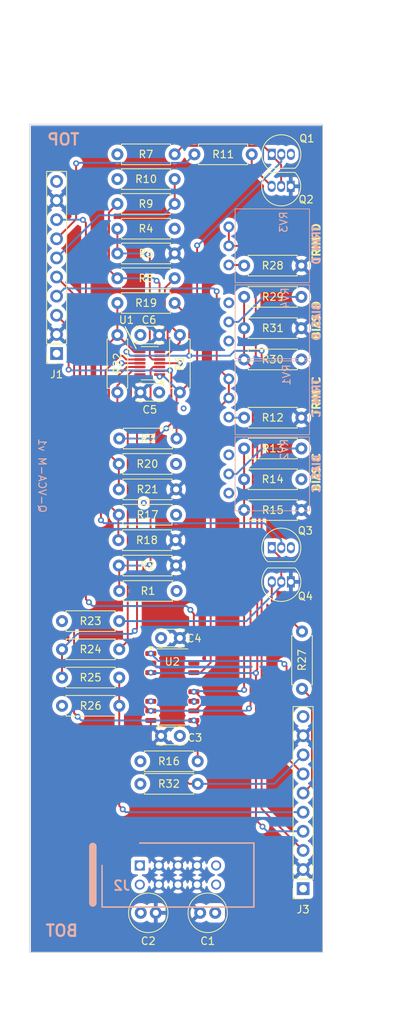
<source format=kicad_pcb>
(kicad_pcb (version 20241229) (generator "pcbnew") (generator_version "9.0")
  (layers (0 "F.Cu" signal) (4 "In1.Cu" power "GND") (6 "In2.Cu" power "PWR") (2 "B.Cu" signal) (13 "F.Paste" user) (15 "B.Paste" user) (5 "F.SilkS" user "F.Silkscreen") (7 "B.SilkS" user "B.Silkscreen") (1 "F.Mask" user) (3 "B.Mask" user) (25 "Edge.Cuts" user))
  (net 0 "")
  (net 1 "GND")
  (net 2 "/LOG_C")
  (net 3 "/COMMON_C")
  (net 4 "/LIN_C")
  (net 5 "-12V")
  (net 6 "+12V")
  (net 7 "/OFFSET_D")
  (net 8 "/IN_D")
  (net 9 "/OFFSET_C")
  (net 10 "/OUT_C")
  (net 11 "/IN_C")
  (net 12 "/LIN_D")
  (net 13 "/LOG_D")
  (net 14 "/COMMON_D")
  (net 15 "/OUT_D")
  (net 16 "Net-(Q1-B)")
  (net 17 "Net-(Q1-E)")
  (net 18 "Net-(Q2-C)")
  (net 19 "Net-(Q3-B)")
  (net 20 "Net-(Q3-E)")
  (net 21 "Net-(Q4-C)")
  (net 22 "Net-(U1A-+)")
  (net 23 "Net-(U1B-+)")
  (net 24 "Net-(U1B--)")
  (net 25 "Net-(U1C-+)")
  (net 26 "Net-(U1D-+)")
  (net 27 "Net-(U1D--)")
  (net 28 "/VCA_C/BIAS")
  (net 29 "/VCA_D/BIAS")
  (net 32 "Net-(R8-Pad1)")
  (net 33 "Net-(R12-Pad1)")
  (net 34 "Net-(R13-Pad2)")
  (net 35 "Net-(R24-Pad1)")
  (net 36 "Net-(R28-Pad1)")
  (net 37 "Net-(R29-Pad2)")
  (footprint "Eurorack Common:R_Axial_DIN0207_L6.3mm_D2.5mm_P7.62mm_Horizontal" (layer "F.Cu") (at 31.69 33.875)
    (property "Reference" "R4")
    (property "Value" "100K")
  )
  (footprint "Eurorack Common:R_Axial_DIN0207_L6.3mm_D2.5mm_P7.62mm_Horizontal" (layer "F.Cu") (at 48.55 67.16036)
    (property "Reference" "R14")
    (property "Value" "470K")
  )
  (footprint "Eurorack Common:R_Axial_DIN0207_L6.3mm_D2.5mm_P7.62mm_Horizontal" (layer "F.Cu") (at 39.5 71.875 180)
    (property "Reference" "R17")
    (property "Value" "100K")
  )
  (footprint "Eurorack Common:R_Axial_DIN0207_L6.3mm_D2.5mm_P7.62mm_Horizontal" (layer "F.Cu") (at 31.69 30.583333)
    (property "Reference" "R9")
    (property "Value" "30K")
  )
  (footprint "Connector_PinSocket_2.54mm:PinSocket_1x10_P2.54mm_Vertical" (layer "F.Cu") (at 23.601079 50.461079 180)
    (property "Reference" "J1")
    (property "Value" "Conn_01x10_Socket")
  )
  (footprint "Connector_PinSocket_2.54mm:PinSocket_1x10_P2.54mm_Vertical" (layer "F.Cu") (at 56.401079 121.541079 180)
    (property "Reference" "J3")
    (property "Value" "Conn_01x10_Pin")
  )
  (footprint "Eurorack Common:C_Disc_D3.4mm_W2.1mm_P2.50mm" (layer "F.Cu") (at 37.25 55.62 180)
    (property "Reference" "C5")
    (property "Value" "100nF")
  )
  (footprint "Eurorack Common:R_Axial_DIN0207_L6.3mm_D2.5mm_P7.62mm_Horizontal" (layer "F.Cu") (at 34.75 104.62)
    (property "Reference" "R16")
    (property "Value" "4.7K")
  )
  (footprint "Eurorack Common:R_Axial_DIN0207_L6.3mm_D2.5mm_P7.62mm_Horizontal" (layer "F.Cu") (at 39.56 82 180)
    (property "Reference" "R1")
    (property "Value" "100K")
  )
  (footprint "Eurorack Common:R_Axial_DIN0207_L6.3mm_D2.5mm_P7.62mm_Horizontal" (layer "F.Cu") (at 31.82 75.25)
    (property "Reference" "R18")
    (property "Value" "2K")
  )
  (footprint "Eurorack Common:R_Axial_DIN0207_L6.3mm_D2.5mm_P7.62mm_Horizontal" (layer "F.Cu") (at 31.94 97.25 180)
    (property "Reference" "R26")
    (property "Value" "20K")
  )
  (footprint "Eurorack Common:R_Axial_DIN0207_L6.3mm_D2.5mm_P7.62mm_Horizontal" (layer "F.Cu") (at 49.56 24 180)
    (property "Reference" "R11")
    (property "Value" "20K")
  )
  (footprint "Eurorack Common:C_Radial_D5.0mm_H11.0mm_P2.00mm" (layer "F.Cu") (at 36.795 124.75 180)
    (property "Reference" "C2")
    (property "Value" "10uF")
  )
  (footprint "Eurorack Common:TO-92_Inline" (layer "F.Cu") (at 52.23 24)
    (property "Reference" "Q1")
    (property "Value" "2N3904")
  )
  (footprint "Eurorack Common:R_Axial_DIN0207_L6.3mm_D2.5mm_P7.62mm_Horizontal" (layer "F.Cu") (at 48.55 38.781079)
    (property "Reference" "R28")
    (property "Value" "150R")
  )
  (footprint "Eurorack Common:R_Axial_DIN0207_L6.3mm_D2.5mm_P7.62mm_Horizontal" (layer "F.Cu") (at 48.55 58.981079)
    (property "Reference" "R12")
    (property "Value" "150R")
  )
  (footprint "Eurorack Common:TO-92_Inline" (layer "F.Cu") (at 54.77 80.79 180)
    (property "Reference" "Q4")
    (property "Value" "2N3906")
  )
  (footprint "Eurorack Common:TO-92_Inline" (layer "F.Cu") (at 52.23 76.25)
    (property "Reference" "Q3")
    (property "Value" "2N3904")
  )
  (footprint "Eurorack Common:R_Axial_DIN0207_L6.3mm_D2.5mm_P7.62mm_Horizontal" (layer "F.Cu") (at 56.17 63.070719 180)
    (property "Reference" "R13")
    (property "Value" "2M")
  )
  (footprint "Eurorack Common:R_Axial_DIN0207_L6.3mm_D2.5mm_P7.62mm_Horizontal" (layer "F.Cu") (at 40 55.62 90)
    (property "Reference" "R6")
    (property "Value" "2K")
  )
  (footprint "Eurorack Common:R_Axial_DIN0207_L6.3mm_D2.5mm_P7.62mm_Horizontal" (layer "F.Cu") (at 31.69 24)
    (property "Reference" "R7")
    (property "Value" "120K")
  )
  (footprint "Eurorack Common:R_Axial_DIN0207_L6.3mm_D2.5mm_P7.62mm_Horizontal" (layer "F.Cu") (at 56.25 87.38 -90)
    (property "Reference" "R27")
    (property "Value" "20K")
  )
  (footprint "Eurorack Common:R_Axial_DIN0207_L6.3mm_D2.5mm_P7.62mm_Horizontal" (layer "F.Cu") (at 24.32 86)
    (property "Reference" "R23")
    (property "Value" "120K")
  )
  (footprint "Eurorack Common:R_Axial_DIN0207_L6.3mm_D2.5mm_P7.62mm_Horizontal" (layer "F.Cu") (at 31.69 48 -90)
    (property "Reference" "R22")
    (property "Value" "2K")
  )
  (footprint "Eurorack Common:R_Axial_DIN0207_L6.3mm_D2.5mm_P7.62mm_Horizontal" (layer "F.Cu") (at 31.88 65.125)
    (property "Reference" "R20")
    (property "Value" "100K")
  )
  (footprint "Eurorack Common:R_Axial_DIN0207_L6.3mm_D2.5mm_P7.62mm_Horizontal" (layer "F.Cu") (at 39.31 27.291667 180)
    (property "Reference" "R10")
    (property "Value" "20K")
  )
  (footprint "Eurorack Common:R_Axial_DIN0207_L6.3mm_D2.5mm_P7.62mm_Horizontal" (layer "F.Cu") (at 39.31 43.75 180)
    (property "Reference" "R19")
    (property "Value" "2K")
  )
  (footprint "Eurorack Common:R_Axial_DIN0207_L6.3mm_D2.5mm_P7.62mm_Horizontal" (layer "F.Cu") (at 24.32 89.75)
    (property "Reference" "R24")
    (property "Value" "100K")
  )
  (footprint "Eurorack Common:R_Axial_DIN0207_L6.3mm_D2.5mm_P7.62mm_Horizontal" (layer "F.Cu") (at 31.94 61.75)
    (property "Reference" "R3")
    (property "Value" "2K")
  )
  (footprint "Eurorack Common:R_Axial_DIN0207_L6.3mm_D2.5mm_P7.62mm_Horizontal" (layer "F.Cu") (at 56.17 47.093693 180)
    (property "Reference" "R31")
    (property "Value" "47K")
  )
  (footprint "Eurorack Common:TO-92_Inline" (layer "F.Cu") (at 54.75 28.25 180)
    (property "Reference" "Q2")
    (property "Value" "2N3906")
  )
  (footprint "Eurorack Common:R_Axial_DIN0207_L6.3mm_D2.5mm_P7.62mm_Horizontal" (layer "F.Cu") (at 31.69 40.458333)
    (property "Reference" "R8")
    (property "Value" "100K")
  )
  (footprint "Eurorack Common:C_Disc_D3.4mm_W2.1mm_P2.50mm" (layer "F.Cu") (at 37.25 48 180)
    (property "Reference" "C6")
    (property "Value" "100nF")
  )
  (footprint "Eurorack Common:R_Axial_DIN0207_L6.3mm_D2.5mm_P7.62mm_Horizontal" (layer "F.Cu") (at 24.32 93.5)
    (property "Reference" "R25")
    (property "Value" "30K")
  )
  (footprint "Eurorack Common:C_Disc_D3.4mm_W2.1mm_P2.50mm" (layer "F.Cu") (at 40 88.25 180)
    (property "Reference" "C4")
    (property "Value" "100nF")
  )
  (footprint "Eurorack Common:SOIC-16_3.9x9.9mm_P1.27mm" (layer "F.Cu") (at 39 94.75)
    (property "Reference" "U2")
    (property "Value" "NE5517")
  )
  (footprint "Eurorack Common:R_Axial_DIN0207_L6.3mm_D2.5mm_P7.62mm_Horizontal" (layer "F.Cu") (at 56.17 71.25 180)
    (property "Reference" "R15")
    (property "Value" "47K")
  )
  (footprint "Eurorack Common:R_Axial_DIN0207_L6.3mm_D2.5mm_P7.62mm_Horizontal" (layer "F.Cu") (at 34.75 107.62)
    (property "Reference" "R32")
    (property "Value" "4.7K")
  )
  (footprint "Eurorack Common:C_Radial_D5.0mm_H11.0mm_P2.00mm" (layer "F.Cu") (at 44.705 124.75 180)
    (property "Reference" "C1")
    (property "Value" "10uF")
  )
  (footprint "Eurorack Common:Texas_DYY0014A_TSOT-23-14_2x4.2mm_P0.5mm" (layer "F.Cu") (at 36 51.75 180)
    (property "Reference" "U1")
    (property "Value" "TL084")
  )
  (footprint "Eurorack Common:R_Axial_DIN0207_L6.3mm_D2.5mm_P7.62mm_Horizontal" (layer "F.Cu") (at 39.31 37.166667 180)
    (property "Reference" "R5")
    (property "Value" "470R")
  )
  (footprint "Eurorack Common:R_Axial_DIN0207_L6.3mm_D2.5mm_P7.62mm_Horizontal" (layer "F.Cu") (at 48.55 51.25)
    (property "Reference" "R30")
    (property "Value" "470K")
  )
  (footprint "Eurorack Common:R_Axial_DIN0207_L6.3mm_D2.5mm_P7.62mm_Horizontal" (layer "F.Cu") (at 56.17 42.937386 180)
    (property "Reference" "R29")
    (property "Value" "2M")
  )
  (footprint "Eurorack Common:R_Axial_DIN0207_L6.3mm_D2.5mm_P7.62mm_Horizontal" (layer "F.Cu") (at 39.5 68.5 180)
    (property "Reference" "R21")
    (property "Value" "470R")
  )
  (footprint "Eurorack Common:C_Disc_D3.4mm_W2.1mm_P2.50mm" (layer "F.Cu") (at 40 101.25 180)
    (property "Reference" "C3")
    (property "Value" "100nF")
  )
  (footprint "Eurorack Common:R_Axial_DIN0207_L6.3mm_D2.5mm_P7.62mm_Horizontal" (layer "F.Cu") (at 31.88 78.625)
    (property "Reference" "R2")
    (property "Value" "2K")
  )
  (footprint "Eurorack Common:Potentiometer_Bourns_3296W_Horizontal" (layer "B.Cu") (at 46.513579 33.621079 90)
    (property "Reference" "RV3")
    (property "Value" "2K")
  )
  (footprint "Eurorack Common:Potentiometer_Bourns_3296W_Horizontal" (layer "B.Cu") (at 46.513579 63.921079 90)
    (property "Reference" "RV2")
    (property "Value" "100K")
  )
  (footprint "Eurorack Common:Potentiometer_Bourns_3296W_Horizontal" (layer "B.Cu") (at 46.513579 43.721079 90)
    (property "Reference" "RV4")
    (property "Value" "100K")
  )
  (footprint "Eurorack Common:Eurorack Power Header (10 pin)" (layer "B.Cu") (at 34.67 118.46)
    (property "Reference" "J2")
    (property "Value" "PWR" (hide yes))
  )
  (footprint "Eurorack Common:Potentiometer_Bourns_3296W_Horizontal" (layer "B.Cu") (at 46.513579 53.821079 90)
    (property "Reference" "RV1")
    (property "Value" "2K")
  )
  (gr_line (start 32.73 46.9) (end 34.18 49.8) (stroke (width 0.15)) (layer "F.SilkS"))
  (gr_rect (start 20 20) (end 59 130) (stroke (width 0.1)) (fill no) (layer "Edge.Cuts"))
  (gr_text "BIAS D" (at 58.75 48.719048 90) (layer "F.SilkS") (effects (font (size 1 1) (thickness 0.25) (bold yes)) (justify left bottom)))
  (gr_text "TRIM C" (at 58.75 58.842857 90) (layer "F.SilkS") (effects (font (size 1 1) (thickness 0.25) (bold yes)) (justify left bottom)))
  (gr_text "TRIM D" (at 58.75 38.5 90) (layer "F.SilkS") (effects (font (size 1 1) (thickness 0.25) (bold yes)) (justify left bottom)))
  (gr_text "BIAS C" (at 58.75 68.919048 90) (layer "F.SilkS") (effects (font (size 1 1) (thickness 0.25) (bold yes)) (justify left bottom)))
  (gr_text "BOT" (at 26.6 128 0) (layer "B.SilkS") (effects (font (size 1.5 1.5) (thickness 0.3) (bold yes)) (justify left bottom mirror)))
  (gr_text "TOP" (at 26.8 22.9 0) (layer "B.SilkS") (effects (font (size 1.5 1.5) (thickness 0.3) (bold yes)) (justify left bottom mirror)))
  (gr_text "TRIM D" (at 58.758579 33.31465 90) (layer "B.SilkS") (effects (font (size 1 1) (thickness 0.25) (bold yes)) (justify left bottom mirror)))
  (gr_text "TRIM C" (at 58.758579 53.657507 90) (layer "B.SilkS") (effects (font (size 1 1) (thickness 0.25) (bold yes)) (justify left bottom mirror)))
  (gr_text "Q-VCA-M v1" (at 21.101079 71.701079 270) (layer "B.SilkS") (effects (font (size 1 1)) (justify left bottom mirror)))
  (gr_text "BIAS D" (at 58.758579 43.533698 90) (layer "B.SilkS") (effects (font (size 1 1) (thickness 0.25) (bold yes)) (justify left bottom mirror)))
  (gr_text "BIAS C" (at 58.758579 63.733698 90) (layer "B.SilkS") (effects (font (size 1 1) (thickness 0.25) (bold yes)) (justify left bottom mirror)))
  (segment (start 26.2 32.622158) (end 23.601079 35.221079) (width 0.25) (layer "F.Cu") (net 2))
  (segment (start 26.2 25.2) (end 26.2 32.622158) (width 0.25) (layer "F.Cu") (net 2))
  (via (at 26.2 25.2) (size 0.8) (drill 0.4) (layers "F.Cu" "B.Cu") (net 2))
  (segment (start 40.814 25.126) (end 41.94 24) (width 0.25) (layer "B.Cu") (net 2))
  (segment (start 26.452 25.2) (end 26.526 25.126) (width 0.25) (layer "B.Cu") (net 2))
  (segment (start 26.2 25.2) (end 26.452 25.2) (width 0.25) (layer "B.Cu") (net 2))
  (segment (start 26.526 25.126) (end 40.814 25.126) (width 0.25) (layer "B.Cu") (net 2))
  (segment (start 27.5 83.1) (end 27.5 33.1) (width 0.25) (layer "F.Cu") (net 3))
  (segment (start 41.8625 85.0375) (end 41.8625 90.305) (width 0.25) (layer "F.Cu") (net 3))
  (segment (start 41.4 84.5) (end 41.4 84.575) (width 0.25) (layer "F.Cu") (net 3))
  (segment (start 41.4 84.575) (end 41.8625 85.0375) (width 0.25) (layer "F.Cu") (net 3))
  (segment (start 41.8625 90.305) (end 41.805 90.305) (width 0.25) (layer "F.Cu") (net 3))
  (segment (start 27.5 33.1) (end 27.1 32.7) (width 0.25) (layer "F.Cu") (net 3))
  (segment (start 41.805 90.305) (end 41.8 90.3) (width 0.25) (layer "F.Cu") (net 3))
  (segment (start 27.9 83.5) (end 27.5 83.1) (width 0.25) (layer "F.Cu") (net 3))
  (via (at 27.9 83.5) (size 0.8) (drill 0.4) (layers "F.Cu" "B.Cu") (net 3))
  (via (at 27.1 32.7) (size 0.8) (drill 0.4) (layers "F.Cu" "B.Cu") (net 3))
  (via (at 41.4 84.5) (size 0.8) (drill 0.4) (layers "F.Cu" "B.Cu") (net 3))
  (segment (start 27.9 83.5) (end 28.4 84) (width 0.25) (layer "B.Cu") (net 3))
  (segment (start 28.4 84) (end 40.9 84) (width 0.25) (layer "B.Cu") (net 3))
  (segment (start 27.1 32.7) (end 27.081079 32.681079) (width 0.25) (layer "B.Cu") (net 3))
  (segment (start 40.9 84) (end 41.4 84.5) (width 0.25) (layer "B.Cu") (net 3))
  (segment (start 27.081079 32.681079) (end 23.601079 32.681079) (width 0.25) (layer "B.Cu") (net 3))
  (segment (start 39.31 27.291667) (end 39.31 30.583333) (width 0.25) (layer "F.Cu") (net 4))
  (segment (start 29.262158 32.1) (end 23.601079 37.761079) (width 0.25) (layer "B.Cu") (net 4))
  (segment (start 39.31 30.583333) (end 37.793333 32.1) (width 0.25) (layer "B.Cu") (net 4))
  (segment (start 37.793333 32.1) (end 29.262158 32.1) (width 0.25) (layer "B.Cu") (net 4))
  (segment (start 34.6875 51.75) (end 32.25 51.75) (width 0.25) (layer "F.Cu") (net 5))
  (via (at 36.1375 96.655) (size 0.8) (drill 0.4) (layers "F.Cu" "B.Cu") (net 5))
  (via (at 32.25 51.75) (size 0.8) (drill 0.4) (layers "F.Cu" "B.Cu") (net 5))
  (via (at 35.2 70.3) (size 0.8) (drill 0.4) (layers "F.Cu" "B.Cu") (net 5))
  (segment (start 41.8625 96.655) (end 41.8625 96.6625) (width 0.89) (layer "F.Cu") (net 6))
  (segment (start 37.3125 51.75) (end 40 51.75) (width 0.25) (layer "F.Cu") (net 6))
  (segment (start 41.8625 96.6625) (end 41.9 96.7) (width 0.89) (layer "F.Cu") (net 6))
  (via (at 41.9 96.7) (size 0.8) (drill 0.4) (layers "F.Cu" "B.Cu") (net 6))
  (via (at 40.5 57.75) (size 0.8) (drill 0.4) (layers "F.Cu" "B.Cu") (net 6))
  (via (at 40 51.75) (size 0.8) (drill 0.4) (layers "F.Cu" "B.Cu") (net 6))
  (segment (start 56.401079 116.461079) (end 50.876 110.936) (width 0.25) (layer "F.Cu") (net 7))
  (segment (start 34.6875 50.75) (end 33.414694 50.75) (width 0.25) (layer "F.Cu") (net 7))
  (segment (start 33.414694 50.75) (end 32.882347 50.217653) (width 0.25) (layer "F.Cu") (net 7))
  (segment (start 41.25 45.69) (end 39.31 43.75) (width 0.25) (layer "F.Cu") (net 7))
  (segment (start 41.25 50.75) (end 41.25 45.69) (width 0.25) (layer "F.Cu") (net 7))
  (segment (start 50.876 110.936) (end 50.876 50.1) (width 0.25) (layer "F.Cu") (net 7))
  (via (at 50.876 50.1) (size 0.8) (drill 0.4) (layers "F.Cu" "B.Cu") (net 7))
  (via (at 41.25 50.75) (size 0.8) (drill 0.4) (layers "F.Cu" "B.Cu") (net 7))
  (via (at 32.882347 50.217653) (size 0.8) (drill 0.4) (layers "F.Cu" "B.Cu") (net 7))
  (segment (start 33.414694 50.75) (end 41.25 50.75) (width 0.25) (layer "B.Cu") (net 7))
  (segment (start 46.65 50.75) (end 41.25 50.75) (width 0.25) (layer "B.Cu") (net 7))
  (segment (start 50.876 50.1) (end 47.3 50.1) (width 0.25) (layer "B.Cu") (net 7))
  (segment (start 32.882347 50.217653) (end 33.414694 50.75) (width 0.25) (layer "B.Cu") (net 7))
  (segment (start 47.3 50.1) (end 46.65 50.75) (width 0.25) (layer "B.Cu") (net 7))
  (segment (start 50.125 92.9) (end 50.125 112.425) (width 0.25) (layer "F.Cu") (net 8))
  (segment (start 50.3 92.425) (end 50.3 51.8) (width 0.25) (layer "F.Cu") (net 8))
  (segment (start 50.1 37.9) (end 48.361079 36.161079) (width 0.25) (layer "F.Cu") (net 8))
  (segment (start 50.125 92.6) (end 50.3 92.425) (width 0.25) (layer "F.Cu") (net 8))
  (segment (start 50.1 51.6) (end 50.1 37.9) (width 0.25) (layer "F.Cu") (net 8))
  (segment (start 48.361079 36.161079) (end 46.513579 36.161079) (width 0.25) (layer "F.Cu") (net 8))
  (segment (start 46.513579 36.161079) (end 46.513579 33.621079) (width 0.25) (layer "F.Cu") (net 8))
  (segment (start 50.3 51.8) (end 50.1 51.6) (width 0.25) (layer "F.Cu") (net 8))
  (segment (start 50.125 92.9) (end 50.125 92.6) (width 0.25) (layer "F.Cu") (net 8))
  (segment (start 50.125 112.425) (end 51 113.3) (width 0.25) (layer "F.Cu") (net 8))
  (via (at 36.1375 92.845) (size 0.8) (drill 0.4) (layers "F.Cu" "B.Cu") (net 8))
  (via (at 50.125 92.9) (size 0.8) (drill 0.4) (layers "F.Cu" "B.Cu") (net 8))
  (via (at 51 113.3) (size 0.8) (drill 0.4) (layers "F.Cu" "B.Cu") (net 8))
  (segment (start 50.125 92.9) (end 36.1925 92.9) (width 0.25) (layer "B.Cu") (net 8))
  (segment (start 51.621079 113.921079) (end 51 113.3) (width 0.25) (layer "B.Cu") (net 8))
  (segment (start 36.1925 92.9) (end 36.1375 92.845) (width 0.25) (layer "B.Cu") (net 8))
  (segment (start 56.401079 113.921079) (end 51.621079 113.921079) (width 0.25) (layer "B.Cu") (net 8))
  (segment (start 38.874 52.874) (end 38.7 52.7) (width 0.25) (layer "F.Cu") (net 9))
  (segment (start 37.3125 52.75) (end 38.65 52.75) (width 0.25) (layer "F.Cu") (net 9))
  (segment (start 25.2 52.6) (end 25.2 46.98) (width 0.25) (layer "F.Cu") (net 9))
  (segment (start 25.2 46.98) (end 23.601079 45.381079) (width 0.25) (layer "F.Cu") (net 9))
  (segment (start 38.2 60.4) (end 38.874 59.726) (width 0.25) (layer "F.Cu") (net 9))
  (segment (start 38.874 59.726) (end 38.874 52.874) (width 0.25) (layer "F.Cu") (net 9))
  (segment (start 38.65 52.75) (end 38.7 52.7) (width 0.25) (layer "F.Cu") (net 9))
  (via (at 38.2 60.4) (size 0.8) (drill 0.4) (layers "F.Cu" "B.Cu") (net 9))
  (via (at 38.7 52.7) (size 0.8) (drill 0.4) (layers "F.Cu" "B.Cu") (net 9))
  (via (at 25.2 52.6) (size 0.8) (drill 0.4) (layers "F.Cu" "B.Cu") (net 9))
  (segment (start 31.94 61.75) (end 36.85 61.75) (width 0.25) (layer "B.Cu") (net 9))
  (segment (start 36.85 61.75) (end 38.2 60.4) (width 0.25) (layer "B.Cu") (net 9))
  (segment (start 25.2 52.6) (end 25.3 52.7) (width 0.25) (layer "B.Cu") (net 9))
  (segment (start 25.3 52.7) (end 38.7 52.7) (width 0.25) (layer "B.Cu") (net 9))
  (segment (start 26.4 98.7) (end 25.926 98.226) (width 0.25) (layer "F.Cu") (net 10))
  (segment (start 42.37 104.62) (end 42.37 99.7025) (width 0.25) (layer "F.Cu") (net 10))
  (segment (start 42.37 99.7025) (end 41.8625 99.195) (width 0.25) (layer "F.Cu") (net 10))
  (segment (start 25.926 42.626) (end 23.601079 40.301079) (width 0.25) (layer "F.Cu") (net 10))
  (segment (start 25.926 98.226) (end 25.926 42.626) (width 0.25) (layer "F.Cu") (net 10))
  (via (at 41.8625 99.195) (size 0.8) (drill 0.4) (layers "F.Cu" "B.Cu") (net 10))
  (via (at 26.4 98.7) (size 0.8) (drill 0.4) (layers "F.Cu" "B.Cu") (net 10))
  (segment (start 41.8575 99.2) (end 41.8625 99.195) (width 0.25) (layer "B.Cu") (net 10))
  (segment (start 26.4 98.7) (end 26.9 99.2) (width 0.25) (layer "B.Cu") (net 10))
  (segment (start 26.9 99.2) (end 41.8575 99.2) (width 0.25) (layer "B.Cu") (net 10))
  (segment (start 44.9 52.2075) (end 46.513579 53.821079) (width 0.25) (layer "F.Cu") (net 11))
  (segment (start 44.1 58.774658) (end 44.1 91.5) (width 0.25) (layer "F.Cu") (net 11))
  (segment (start 44.9 42.2) (end 44.9 52.2075) (width 0.25) (layer "F.Cu") (net 11))
  (segment (start 44.1 91.5) (end 42.755 92.845) (width 0.25) (layer "F.Cu") (net 11))
  (segment (start 42.755 92.845) (end 41.8625 92.845) (width 0.25) (layer "F.Cu") (net 11))
  (segment (start 46.513579 56.361079) (end 46.513579 53.821079) (width 0.25) (layer "F.Cu") (net 11))
  (segment (start 46.513579 56.361079) (end 44.1 58.774658) (width 0.25) (layer "F.Cu") (net 11))
  (via (at 44.9 42.2) (size 0.8) (drill 0.4) (layers "F.Cu" "B.Cu") (net 11))
  (segment (start 44.511386 41.811386) (end 44.9 42.2) (width 0.25) (layer "B.Cu") (net 11))
  (segment (start 24.630772 41.811386) (end 44.511386 41.811386) (width 0.25) (layer "B.Cu") (net 11))
  (segment (start 23.601079 42.841079) (end 24.630772 41.811386) (width 0.25) (layer "B.Cu") (net 11))
  (segment (start 31.94 110.54) (end 32.4 111) (width 0.25) (layer "F.Cu") (net 12))
  (segment (start 31.94 97.25) (end 31.94 93.5) (width 0.25) (layer "F.Cu") (net 12))
  (segment (start 31.94 97.25) (end 31.94 110.54) (width 0.25) (layer "F.Cu") (net 12))
  (via (at 32.4 111) (size 0.8) (drill 0.4) (layers "F.Cu" "B.Cu") (net 12))
  (segment (start 32.781079 111.381079) (end 56.401079 111.381079) (width 0.25) (layer "B.Cu") (net 12))
  (segment (start 32.4 111) (end 32.781079 111.381079) (width 0.25) (layer "B.Cu") (net 12))
  (segment (start 56.25 95) (end 57.577079 96.327079) (width 0.25) (layer "F.Cu") (net 13))
  (segment (start 57.577079 96.327079) (end 57.577079 107.665079) (width 0.25) (layer "F.Cu") (net 13))
  (segment (start 57.577079 107.665079) (end 56.401079 108.841079) (width 0.25) (layer "F.Cu") (net 13))
  (segment (start 54.2 104.1) (end 56.401079 106.301079) (width 0.25) (layer "F.Cu") (net 14))
  (segment (start 53.9 91.7) (end 54.2 92) (width 0.25) (layer "F.Cu") (net 14))
  (segment (start 54.2 92) (end 54.2 104.1) (width 0.25) (layer "F.Cu") (net 14))
  (via (at 36.1375 90.305) (size 0.8) (drill 0.4) (layers "F.Cu" "B.Cu") (net 14))
  (via (at 53.9 91.7) (size 0.8) (drill 0.4) (layers "F.Cu" "B.Cu") (net 14))
  (segment (start 37.1325 91.3) (end 36.1375 90.305) (width 0.25) (layer "B.Cu") (net 14))
  (segment (start 53.5 91.3) (end 37.1325 91.3) (width 0.25) (layer "B.Cu") (net 14))
  (segment (start 53.9 91.7) (end 53.5 91.3) (width 0.25) (layer "B.Cu") (net 14))
  (segment (start 36.1375 102.51887) (end 36.1375 99.195) (width 0.25) (layer "F.Cu") (net 15))
  (segment (start 42.37 107.62) (end 41.23863 107.62) (width 0.25) (layer "F.Cu") (net 15))
  (segment (start 41.23863 107.62) (end 36.1375 102.51887) (width 0.25) (layer "F.Cu") (net 15))
  (segment (start 52.542158 107.62) (end 42.37 107.62) (width 0.25) (layer "B.Cu") (net 15))
  (segment (start 56.401079 103.761079) (end 52.542158 107.62) (width 0.25) (layer "B.Cu") (net 15))
  (segment (start 39.56 56.06) (end 39.56 61.75) (width 0.25) (layer "F.Cu") (net 16))
  (segment (start 37.3125 53.25) (end 37.3125 53.525) (width 0.25) (layer "F.Cu") (net 16))
  (segment (start 42.3 36.1) (end 42.3 53.32) (width 0.25) (layer "F.Cu") (net 16))
  (segment (start 40 55.62) (end 39.56 56.06) (width 0.25) (layer "F.Cu") (net 16))
  (segment (start 39.6825 55.62) (end 40 55.62) (width 0.25) (layer "F.Cu") (net 16))
  (segment (start 42.3 53.32) (end 40 55.62) (width 0.25) (layer "F.Cu") (net 16))
  (via (at 37.3125 53.525) (size 0.8) (drill 0.4) (layers "F.Cu" "B.Cu") (net 16))
  (via (at 42.3 36.1) (size 0.8) (drill 0.4) (layers "F.Cu" "B.Cu") (net 16))
  (segment (start 53.5 25) (end 42.4 36.1) (width 0.25) (layer "B.Cu") (net 16))
  (segment (start 53.5 24) (end 53.5 25) (width 0.25) (layer "B.Cu") (net 16))
  (segment (start 40 55.62) (end 37.905 53.525) (width 0.25) (layer "B.Cu") (net 16))
  (segment (start 42.4 36.1) (end 42.3 36.1) (width 0.25) (layer "B.Cu") (net 16))
  (segment (start 37.905 53.525) (end 37.3125 53.525) (width 0.25) (layer "B.Cu") (net 16))
  (segment (start 39.31 24) (end 40.436 22.874) (width 0.25) (layer "F.Cu") (net 17))
  (segment (start 40.436 22.874) (end 51.104 22.874) (width 0.25) (layer "F.Cu") (net 17))
  (segment (start 51.104 22.874) (end 52.23 24) (width 0.25) (layer "F.Cu") (net 17))
  (segment (start 52.23 24.158496) (end 52.23 24) (width 0.25) (layer "F.Cu") (net 17))
  (segment (start 53.48 28.25) (end 53.48 25.408496) (width 0.25) (layer "F.Cu") (net 17))
  (segment (start 53.48 25.408496) (end 52.23 24.158496) (width 0.25) (layer "F.Cu") (net 17))
  (segment (start 49.56 24) (end 49.56 25.6) (width 0.25) (layer "F.Cu") (net 18))
  (segment (start 49.56 25.6) (end 52.21 28.25) (width 0.25) (layer "F.Cu") (net 18))
  (segment (start 29.5 72.6) (end 29.5 50.19) (width 0.25) (layer "F.Cu") (net 19))
  (segment (start 34.6875 50.25) (end 33.94 50.25) (width 0.25) (layer "F.Cu") (net 19))
  (segment (start 29.5 50.19) (end 31.69 48) (width 0.25) (layer "F.Cu") (net 19))
  (segment (start 31.69 43.75) (end 31.69 48) (width 0.25) (layer "F.Cu") (net 19))
  (segment (start 33.94 50.25) (end 31.69 48) (width 0.25) (layer "F.Cu") (net 19))
  (via (at 29.5 72.6) (size 0.8) (drill 0.4) (layers "F.Cu" "B.Cu") (net 19))
  (segment (start 29.901 73.001) (end 29.5 72.6) (width 0.25) (layer "B.Cu") (net 19))
  (segment (start 53.5 75.25) (end 51.251 73.001) (width 0.25) (layer "B.Cu") (net 19))
  (segment (start 51.251 73.001) (end 29.901 73.001) (width 0.25) (layer "B.Cu") (net 19))
  (segment (start 53.5 76.25) (end 53.5 75.25) (width 0.25) (layer "B.Cu") (net 19))
  (segment (start 53.5 77.678496) (end 52.23 76.408496) (width 0.25) (layer "F.Cu") (net 20))
  (segment (start 53.5 80.79) (end 53.5 77.678496) (width 0.25) (layer "F.Cu") (net 20))
  (segment (start 52.23 76.408496) (end 52.23 76.25) (width 0.25) (layer "F.Cu") (net 20))
  (segment (start 48.84 86) (end 31.94 86) (width 0.25) (layer "B.Cu") (net 20))
  (segment (start 53.5 80.79) (end 53.5 81.34) (width 0.25) (layer "B.Cu") (net 20))
  (segment (start 53.5 81.34) (end 48.84 86) (width 0.25) (layer "B.Cu") (net 20))
  (segment (start 52.23 83.36) (end 56.25 87.38) (width 0.25) (layer "F.Cu") (net 21))
  (segment (start 52.23 80.79) (end 52.23 83.36) (width 0.25) (layer "F.Cu") (net 21))
  (segment (start 36.1 52.6) (end 36.1 78.4) (width 0.25) (layer "F.Cu") (net 22))
  (segment (start 31.94 78.685) (end 31.88 78.625) (width 0.25) (layer "F.Cu") (net 22))
  (segment (start 37.3125 52.25) (end 36.45 52.25) (width 0.25) (layer "F.Cu") (net 22))
  (segment (start 36.1 78.4) (end 36 78.5) (width 0.25) (layer "F.Cu") (net 22))
  (segment (start 31.94 82) (end 31.94 78.685) (width 0.25) (layer "F.Cu") (net 22))
  (segment (start 36.45 52.25) (end 36.1 52.6) (width 0.25) (layer "F.Cu") (net 22))
  (via (at 36 78.5) (size 0.8) (drill 0.4) (layers "F.Cu" "B.Cu") (net 22))
  (segment (start 35.875 78.625) (end 31.88 78.625) (width 0.25) (layer "B.Cu") (net 22))
  (segment (start 36 78.5) (end 35.875 78.625) (width 0.25) (layer "B.Cu") (net 22))
  (segment (start 36.35 51.25) (end 36 50.9) (width 0.25) (layer "F.Cu") (net 23))
  (segment (start 36 50.9) (end 36 37.6) (width 0.25) (layer "F.Cu") (net 23))
  (segment (start 36 37.6) (end 35.7 37.3) (width 0.25) (layer "F.Cu") (net 23))
  (segment (start 31.69 33.875) (end 31.69 37.166667) (width 0.25) (layer "F.Cu") (net 23))
  (segment (start 37.3125 51.25) (end 36.35 51.25) (width 0.25) (layer "F.Cu") (net 23))
  (via (at 35.7 37.3) (size 0.8) (drill 0.4) (layers "F.Cu" "B.Cu") (net 23))
  (segment (start 35.7 37.3) (end 35.566667 37.166667) (width 0.25) (layer "B.Cu") (net 23))
  (segment (start 35.566667 37.166667) (end 31.69 37.166667) (width 0.25) (layer "B.Cu") (net 23))
  (segment (start 39.31 40.458333) (end 38 41.768333) (width 0.25) (layer "F.Cu") (net 24))
  (segment (start 37.3125 50.75) (end 38.25 50.75) (width 0.25) (layer "F.Cu") (net 24))
  (segment (start 38.25 50.75) (end 40 49) (width 0.25) (layer "F.Cu") (net 24))
  (segment (start 38 41.768333) (end 38 46) (width 0.25) (layer "F.Cu") (net 24))
  (segment (start 40 49) (end 40 48) (width 0.25) (layer "F.Cu") (net 24))
  (segment (start 38 46) (end 40 48) (width 0.25) (layer "F.Cu") (net 24))
  (segment (start 31.82 75.25) (end 31.82 71.935) (width 0.25) (layer "F.Cu") (net 25))
  (segment (start 34.6875 51.25) (end 32.85 51.25) (width 0.25) (layer "F.Cu") (net 25))
  (segment (start 30.113 52.706407) (end 30.113 70.108) (width 0.25) (layer "F.Cu") (net 25))
  (segment (start 32.85 51.25) (end 32.370406 50.770406) (width 0.25) (layer "F.Cu") (net 25))
  (segment (start 30.113 70.108) (end 31.88 71.875) (width 0.25) (layer "F.Cu") (net 25))
  (segment (start 31.82 71.935) (end 31.88 71.875) (width 0.25) (layer "F.Cu") (net 25))
  (segment (start 32.370406 50.770406) (end 32.049001 50.770406) (width 0.25) (layer "F.Cu") (net 25))
  (segment (start 32.049001 50.770406) (end 30.113 52.706407) (width 0.25) (layer "F.Cu") (net 25))
  (segment (start 32.95 52.25) (end 30.564 54.636) (width 0.25) (layer "F.Cu") (net 26))
  (segment (start 30.564 63.809) (end 31.88 65.125) (width 0.25) (layer "F.Cu") (net 26))
  (segment (start 31.88 68.5) (end 31.88 65.125) (width 0.25) (layer "F.Cu") (net 26))
  (segment (start 30.564 54.636) (end 30.564 63.809) (width 0.25) (layer "F.Cu") (net 26))
  (segment (start 34.6875 52.25) (end 32.95 52.25) (width 0.25) (layer "F.Cu") (net 26))
  (segment (start 33.066 60.366) (end 31.69 58.99) (width 0.25) (layer "F.Cu") (net 27))
  (segment (start 33.65 52.75) (end 31.69 54.71) (width 0.25) (layer "F.Cu") (net 27))
  (segment (start 33.066 88.624) (end 33.066 60.366) (width 0.25) (layer "F.Cu") (net 27))
  (segment (start 31.69 58.99) (end 31.69 55.62) (width 0.25) (layer "F.Cu") (net 27))
  (segment (start 34.6875 52.75) (end 33.65 52.75) (width 0.25) (layer "F.Cu") (net 27))
  (segment (start 31.94 89.75) (end 33.066 88.624) (width 0.25) (layer "F.Cu") (net 27))
  (segment (start 31.69 54.71) (end 31.69 55.62) (width 0.25) (layer "F.Cu") (net 27))
  (segment (start 46.513579 66.461079) (end 47.531812 66.461079) (width 0.25) (layer "B.Cu") (net 28))
  (segment (start 50.922172 63.070719) (end 56.17 63.070719) (width 0.25) (layer "B.Cu") (net 28))
  (segment (start 47.531812 66.461079) (end 50.922172 63.070719) (width 0.25) (layer "B.Cu") (net 28))
  (segment (start 46.513579 46.261079) (end 47.790209 46.261079) (width 0.25) (layer "B.Cu") (net 29))
  (segment (start 51.113902 42.937386) (end 56.17 42.937386) (width 0.25) (layer "B.Cu") (net 29))
  (segment (start 47.790209 46.261079) (end 51.113902 42.937386) (width 0.25) (layer "B.Cu") (net 29))
  (segment (start 37.3 41.113545) (end 37.3 46.05) (width 0.25) (layer "F.Cu") (net 32))
  (segment (start 37.3 46.05) (end 38.376 47.126) (width 0.25) (layer "F.Cu") (net 32))
  (segment (start 38.376 49.1865) (end 37.3125 50.25) (width 0.25) (layer "F.Cu") (net 32))
  (segment (start 30.564 39.332333) (end 31.69 40.458333) (width 0.25) (layer "F.Cu") (net 32))
  (segment (start 36.986455 40.8) (end 37.3 41.113545) (width 0.25) (layer "F.Cu") (net 32))
  (segment (start 31.69 30.583333) (end 30.564 31.709333) (width 0.25) (layer "F.Cu") (net 32))
  (segment (start 30.564 31.709333) (end 30.564 39.332333) (width 0.25) (layer "F.Cu") (net 32))
  (segment (start 36.9 40.8) (end 36.986455 40.8) (width 0.25) (layer "F.Cu") (net 32))
  (segment (start 38.376 47.126) (end 38.376 49.1865) (width 0.25) (layer "F.Cu") (net 32))
  (via (at 36.9 40.8) (size 0.8) (drill 0.4) (layers "F.Cu" "B.Cu") (net 32))
  (segment (start 36.558333 40.458333) (end 31.69 40.458333) (width 0.25) (layer "B.Cu") (net 32))
  (segment (start 36.9 40.8) (end 36.558333 40.458333) (width 0.25) (layer "B.Cu") (net 32))
  (segment (start 48.55 58.981079) (end 46.593579 58.981079) (width 0.25) (layer "B.Cu") (net 33))
  (segment (start 46.593579 58.981079) (end 46.513579 58.901079) (width 0.25) (layer "B.Cu") (net 33))
  (segment (start 48.55 95.145) (end 48.55 71.25) (width 0.25) (layer "F.Cu") (net 34))
  (segment (start 42.025346 95.385) (end 41.8625 95.385) (width 0.25) (layer "F.Cu") (net 34))
  (segment (start 48.55 71.25) (end 48.55 67.16036) (width 0.25) (layer "F.Cu") (net 34))
  (segment (start 42.025346 97.925) (end 42.926 97.024346) (width 0.25) (layer "F.Cu") (net 34))
  (segment (start 42.926 97.024346) (end 42.926 96.285654) (width 0.25) (layer "F.Cu") (net 34))
  (segment (start 42.926 96.285654) (end 42.025346 95.385) (width 0.25) (layer "F.Cu") (net 34))
  (segment (start 48.55 67.16036) (end 48.55 63.070719) (width 0.25) (layer "F.Cu") (net 34))
  (segment (start 41.8625 97.925) (end 42.025346 97.925) (width 0.25) (layer "F.Cu") (net 34))
  (via (at 41.8625 95.385) (size 0.8) (drill 0.4) (layers "F.Cu" "B.Cu") (net 34))
  (via (at 48.55 95.145) (size 0.8) (drill 0.4) (layers "F.Cu" "B.Cu") (net 34))
  (segment (start 48.3 95.3) (end 41.9475 95.3) (width 0.25) (layer "B.Cu") (net 34))
  (segment (start 48.55 95.145) (end 48.455 95.145) (width 0.25) (layer "B.Cu") (net 34))
  (segment (start 41.9475 95.3) (end 41.8625 95.385) (width 0.25) (layer "B.Cu") (net 34))
  (segment (start 48.455 95.145) (end 48.3 95.3) (width 0.25) (layer "B.Cu") (net 34))
  (segment (start 34.3 87) (end 34.3 59.5) (width 0.25) (layer "F.Cu") (net 35))
  (segment (start 34 87.3) (end 34.3 87) (width 0.25) (layer "F.Cu") (net 35))
  (segment (start 33.5 58.7) (end 33.5 54.4375) (width 0.25) (layer "F.Cu") (net 35))
  (segment (start 34.3 59.5) (end 33.5 58.7) (width 0.25) (layer "F.Cu") (net 35))
  (segment (start 24.32 89.75) (end 24.32 93.5) (width 0.25) (layer "F.Cu") (net 35))
  (segment (start 33.5 54.4375) (end 34.6875 53.25) (width 0.25) (layer "F.Cu") (net 35))
  (via (at 34 87.3) (size 0.8) (drill 0.4) (layers "F.Cu" "B.Cu") (net 35))
  (segment (start 26.37 87.7) (end 24.32 89.75) (width 0.25) (layer "B.Cu") (net 35))
  (segment (start 33.6 87.7) (end 26.37 87.7) (width 0.25) (layer "B.Cu") (net 35))
  (segment (start 34 87.3) (end 33.6 87.7) (width 0.25) (layer "B.Cu") (net 35))
  (segment (start 46.513579 38.701079) (end 48.47 38.701079) (width 0.25) (layer "F.Cu") (net 36))
  (segment (start 48.47 38.701079) (end 48.55 38.781079) (width 0.25) (layer "F.Cu") (net 36))
  (segment (start 36.1375 97.925) (end 35.974654 97.925) (width 0.25) (layer "F.Cu") (net 37))
  (segment (start 49.275 97.6) (end 49.4 97.475) (width 0.25) (layer "F.Cu") (net 37))
  (segment (start 35.974654 97.925) (end 35.074 97.024346) (width 0.25) (layer "F.Cu") (net 37))
  (segment (start 49.7 72.1) (end 49.7 52.4) (width 0.25) (layer "F.Cu") (net 37))
  (segment (start 48.55 47.093693) (end 48.55 51.25) (width 0.25) (layer "F.Cu") (net 37))
  (segment (start 48.55 47.093693) (end 48.55 42.937386) (width 0.25) (layer "F.Cu") (net 37))
  (segment (start 35.074 97.024346) (end 35.074 96.285654) (width 0.25) (layer "F.Cu") (net 37))
  (segment (start 49.2 97.6) (end 49.275 97.6) (width 0.25) (layer "F.Cu") (net 37))
  (segment (start 49.7 52.4) (end 48.55 51.25) (width 0.25) (layer "F.Cu") (net 37))
  (segment (start 49.4 72.4) (end 49.7 72.1) (width 0.25) (layer "F.Cu") (net 37))
  (segment (start 35.074 96.285654) (end 35.974654 95.385) (width 0.25) (layer "F.Cu") (net 37))
  (segment (start 49.4 97.475) (end 49.4 72.4) (width 0.25) (layer "F.Cu") (net 37))
  (segment (start 35.974654 95.385) (end 36.1375 95.385) (width 0.25) (layer "F.Cu") (net 37))
  (via (at 36.1375 97.925) (size 0.8) (drill 0.4) (layers "F.Cu" "B.Cu") (net 37))
  (via (at 49.2 97.6) (size 0.8) (drill 0.4) (layers "F.Cu" "B.Cu") (net 37))
  (segment (start 48.9 97.9) (end 36.1625 97.9) (width 0.25) (layer "B.Cu") (net 37))
  (segment (start 49.2 97.6) (end 48.9 97.9) (width 0.25) (layer "B.Cu") (net 37))
  (segment (start 36.1625 97.9) (end 36.1375 97.925) (width 0.25) (layer "B.Cu") (net 37))
  (zone (net 1) (net_name "GND") (layers "F.Cu" "B.Cu") (connect_pads (clearance 0.5)) (min_thickness 0.25) (fill yes (thermal_gap 0.5) (thermal_bridge_width 0.5))
    (polygon (pts (xy 59.178956 20.177744) (xy 59.178956 130.177744) (xy 20.178956 130.077744) (xy 20.178956 20.177744)))
  )
)
</source>
